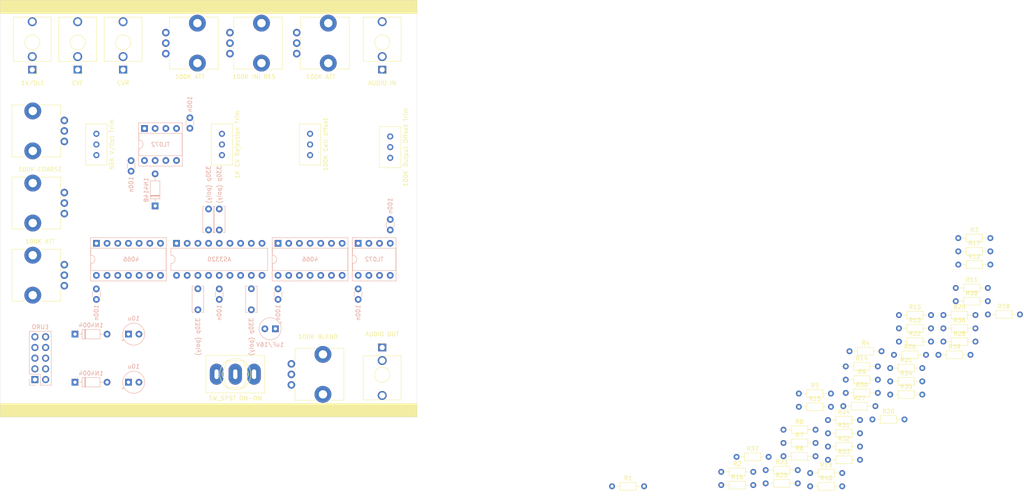
<source format=kicad_pcb>
(kicad_pcb (version 20171130) (host pcbnew 5.1.12-1.fc34)
  (layers (0 F.Cu signal) (31 B.Cu signal) (34 B.Paste user) (35 F.Paste user) (36 B.SilkS user) (37 F.SilkS user) (38 B.Mask user) (39 F.Mask user) (44 Edge.Cuts user))
  (net 0 "")
  (net 1 +12V)
  (net 2 GND)
  (net 3 -12V)
  (net 4 "Net-(C3-Pad2)")
  (net 5 "Net-(C3-Pad1)")
  (net 6 "Net-(C6-Pad2)")
  (net 7 "Net-(C6-Pad1)")
  (net 8 "Net-(C10-Pad2)")
  (net 9 "Net-(C10-Pad1)")
  (net 10 "Net-(C13-Pad2)")
  (net 11 "Net-(C13-Pad1)")
  (net 12 "Net-(C14-Pad2)")
  (net 13 "Net-(C14-Pad1)")
  (net 14 "Net-(D3-Pad2)")
  (net 15 "Net-(D3-Pad1)")
  (net 16 "Net-(J1-PadT)")
  (net 17 "Net-(J1-PadTN)")
  (net 18 "Net-(J2-PadT)")
  (net 19 "Net-(J2-PadTN)")
  (net 20 "Net-(J3-PadT)")
  (net 21 "Net-(J3-PadTN)")
  (net 22 "Net-(J4-PadT)")
  (net 23 "Net-(J4-PadTN)")
  (net 24 "Net-(J6-PadT)")
  (net 25 "Net-(J6-PadTN)")
  (net 26 "Net-(R1-Pad2)")
  (net 27 "Net-(R2-Pad1)")
  (net 28 "Net-(R3-Pad1)")
  (net 29 "Net-(R4-Pad1)")
  (net 30 "Net-(R5-Pad2)")
  (net 31 "Net-(R5-Pad1)")
  (net 32 "Net-(R6-Pad1)")
  (net 33 "Net-(R11-Pad1)")
  (net 34 "Net-(R8-Pad2)")
  (net 35 "Net-(R8-Pad1)")
  (net 36 "Net-(R10-Pad2)")
  (net 37 "Net-(R11-Pad2)")
  (net 38 "Net-(R12-Pad2)")
  (net 39 "Net-(R12-Pad1)")
  (net 40 "Net-(R14-Pad2)")
  (net 41 "Net-(R16-Pad2)")
  (net 42 "Net-(R17-Pad2)")
  (net 43 "Net-(R19-Pad2)")
  (net 44 "Net-(R20-Pad2)")
  (net 45 "Net-(R22-Pad2)")
  (net 46 "Net-(R23-Pad2)")
  (net 47 "Net-(R24-Pad2)")
  (net 48 "Net-(R26-Pad2)")
  (net 49 "Net-(R26-Pad1)")
  (net 50 "Net-(J5-Pad1)")
  (net 51 "Net-(J5-Pad10)")
  (net 52 "Net-(R30-Pad1)")
  (net 53 "Net-(R32-Pad2)")
  (net 54 "Net-(R32-Pad1)")
  (net 55 "Net-(R33-Pad1)")
  (net 56 "Net-(R34-Pad2)")
  (net 57 "Net-(R34-Pad1)")
  (net 58 "Net-(R37-Pad2)")
  (net 59 "Net-(R38-Pad1)")
  (net 60 "Net-(RV5-Pad3)")
  (module Connector_PinHeader_2.54mm:PinHeader_2x05_P2.54mm_Vertical (layer B.Cu) (at 46.355 134.62)
    (fp_text reference J5 hide)
    (fp_text value EURO (at 1.27 -12.49) (layer B.SilkS) (effects (justify mirror)))
    (pad 10 thru_hole oval (at 2.54 -10.16) (size 1.7 1.7) (drill 1) (layers *.Cu *.Mask) (net 51 "Net-(J5-Pad10)"))
    (pad 9 thru_hole oval (at 0 -10.16) (size 1.7 1.7) (drill 1) (layers *.Cu *.Mask) (net 51 "Net-(J5-Pad10)"))
    (pad 8 thru_hole oval (at 2.54 -7.62) (size 1.7 1.7) (drill 1) (layers *.Cu *.Mask) (net 2 GND))
    (pad 7 thru_hole oval (at 0 -7.62) (size 1.7 1.7) (drill 1) (layers *.Cu *.Mask) (net 2 GND))
    (pad 6 thru_hole oval (at 2.54 -5.08) (size 1.7 1.7) (drill 1) (layers *.Cu *.Mask) (net 2 GND))
    (pad 5 thru_hole oval (at 0 -5.08) (size 1.7 1.7) (drill 1) (layers *.Cu *.Mask) (net 2 GND))
    (pad 4 thru_hole oval (at 2.54 -2.54) (size 1.7 1.7) (drill 1) (layers *.Cu *.Mask) (net 2 GND))
    (pad 3 thru_hole oval (at 0 -2.54) (size 1.7 1.7) (drill 1) (layers *.Cu *.Mask) (net 2 GND))
    (pad 2 thru_hole oval (at 2.54 0) (size 1.7 1.7) (drill 1) (layers *.Cu *.Mask) (net 50 "Net-(J5-Pad1)"))
    (pad 1 thru_hole rect (at 0 0) (size 1.7 1.7) (drill 1) (layers *.Cu *.Mask) (net 50 "Net-(J5-Pad1)"))
  )
  (module Package_DIP:DIP-14_W7.62mm_Socket (layer B.Cu) (at 104.14 102.235 270)
    (fp_text reference U5 hide)
    (fp_text value 4066 (at 3.81 -7.62 180) (layer B.SilkS) (effects (justify mirror)))
    (pad 14 thru_hole oval (at 7.62 0 270) (size 1.6 1.6) (drill 0.8) (layers *.Cu *.Mask) (net 1 +12V))
    (pad 7 thru_hole oval (at 0 -15.24 270) (size 1.6 1.6) (drill 0.8) (layers *.Cu *.Mask) (net 2 GND))
    (pad 13 thru_hole oval (at 7.62 -2.54 270) (size 1.6 1.6) (drill 0.8) (layers *.Cu *.Mask) (net 15 "Net-(D3-Pad1)"))
    (pad 6 thru_hole oval (at 0 -12.7 270) (size 1.6 1.6) (drill 0.8) (layers *.Cu *.Mask) (net 15 "Net-(D3-Pad1)"))
    (pad 12 thru_hole oval (at 7.62 -5.08 270) (size 1.6 1.6) (drill 0.8) (layers *.Cu *.Mask) (net 15 "Net-(D3-Pad1)"))
    (pad 5 thru_hole oval (at 0 -10.16 270) (size 1.6 1.6) (drill 0.8) (layers *.Cu *.Mask) (net 15 "Net-(D3-Pad1)"))
    (pad 11 thru_hole oval (at 7.62 -7.62 270) (size 1.6 1.6) (drill 0.8) (layers *.Cu *.Mask) (net 8 "Net-(C10-Pad2)"))
    (pad 4 thru_hole oval (at 0 -7.62 270) (size 1.6 1.6) (drill 0.8) (layers *.Cu *.Mask) (net 6 "Net-(C6-Pad2)"))
    (pad 10 thru_hole oval (at 7.62 -10.16 270) (size 1.6 1.6) (drill 0.8) (layers *.Cu *.Mask) (net 2 GND))
    (pad 3 thru_hole oval (at 0 -5.08 270) (size 1.6 1.6) (drill 0.8) (layers *.Cu *.Mask) (net 2 GND))
    (pad 9 thru_hole oval (at 7.62 -12.7 270) (size 1.6 1.6) (drill 0.8) (layers *.Cu *.Mask) (net 2 GND))
    (pad 2 thru_hole oval (at 0 -2.54 270) (size 1.6 1.6) (drill 0.8) (layers *.Cu *.Mask) (net 2 GND))
    (pad 8 thru_hole oval (at 7.62 -15.24 270) (size 1.6 1.6) (drill 0.8) (layers *.Cu *.Mask) (net 10 "Net-(C13-Pad2)"))
    (pad 1 thru_hole rect (at 0 0 270) (size 1.6 1.6) (drill 0.8) (layers *.Cu *.Mask) (net 4 "Net-(C3-Pad2)"))
  )
  (module Package_DIP:DIP-14_W7.62mm_Socket (layer B.Cu) (at 60.96 102.235 270)
    (fp_text reference U4 hide)
    (fp_text value 4066 (at 3.81 -8.255 180) (layer B.SilkS) (effects (justify mirror)))
    (pad 14 thru_hole oval (at 7.62 0 270) (size 1.6 1.6) (drill 0.8) (layers *.Cu *.Mask) (net 1 +12V))
    (pad 7 thru_hole oval (at 0 -15.24 270) (size 1.6 1.6) (drill 0.8) (layers *.Cu *.Mask) (net 2 GND))
    (pad 13 thru_hole oval (at 7.62 -2.54 270) (size 1.6 1.6) (drill 0.8) (layers *.Cu *.Mask) (net 59 "Net-(R38-Pad1)"))
    (pad 6 thru_hole oval (at 0 -12.7 270) (size 1.6 1.6) (drill 0.8) (layers *.Cu *.Mask) (net 59 "Net-(R38-Pad1)"))
    (pad 12 thru_hole oval (at 7.62 -5.08 270) (size 1.6 1.6) (drill 0.8) (layers *.Cu *.Mask) (net 59 "Net-(R38-Pad1)"))
    (pad 5 thru_hole oval (at 0 -10.16 270) (size 1.6 1.6) (drill 0.8) (layers *.Cu *.Mask) (net 59 "Net-(R38-Pad1)"))
    (pad 11 thru_hole oval (at 7.62 -7.62 270) (size 1.6 1.6) (drill 0.8) (layers *.Cu *.Mask) (net 8 "Net-(C10-Pad2)"))
    (pad 4 thru_hole oval (at 0 -7.62 270) (size 1.6 1.6) (drill 0.8) (layers *.Cu *.Mask) (net 6 "Net-(C6-Pad2)"))
    (pad 10 thru_hole oval (at 7.62 -10.16 270) (size 1.6 1.6) (drill 0.8) (layers *.Cu *.Mask) (net 43 "Net-(R19-Pad2)"))
    (pad 3 thru_hole oval (at 0 -5.08 270) (size 1.6 1.6) (drill 0.8) (layers *.Cu *.Mask) (net 41 "Net-(R16-Pad2)"))
    (pad 9 thru_hole oval (at 7.62 -12.7 270) (size 1.6 1.6) (drill 0.8) (layers *.Cu *.Mask) (net 10 "Net-(C13-Pad2)"))
    (pad 2 thru_hole oval (at 0 -2.54 270) (size 1.6 1.6) (drill 0.8) (layers *.Cu *.Mask) (net 4 "Net-(C3-Pad2)"))
    (pad 8 thru_hole oval (at 7.62 -15.24 270) (size 1.6 1.6) (drill 0.8) (layers *.Cu *.Mask) (net 46 "Net-(R23-Pad2)"))
    (pad 1 thru_hole rect (at 0 0 270) (size 1.6 1.6) (drill 0.8) (layers *.Cu *.Mask) (net 37 "Net-(R11-Pad2)"))
  )
  (module Package_DIP:DIP-18_W7.62mm (layer B.Cu) (at 80.01 102.235 270)
    (fp_text reference U3 hide)
    (fp_text value AS3320 (at 3.81 -10.16 180) (layer B.SilkS) (effects (justify mirror)))
    (pad 18 thru_hole oval (at 7.62 0 270) (size 1.6 1.6) (drill 0.8) (layers *.Cu *.Mask) (net 47 "Net-(R24-Pad2)"))
    (pad 9 thru_hole oval (at 0 -20.32 270) (size 1.6 1.6) (drill 0.8) (layers *.Cu *.Mask) (net 30 "Net-(R5-Pad2)"))
    (pad 17 thru_hole oval (at 7.62 -2.54 270) (size 1.6 1.6) (drill 0.8) (layers *.Cu *.Mask) (net 44 "Net-(R20-Pad2)"))
    (pad 8 thru_hole oval (at 0 -17.78 270) (size 1.6 1.6) (drill 0.8) (layers *.Cu *.Mask) (net 52 "Net-(R30-Pad1)"))
    (pad 16 thru_hole oval (at 7.62 -5.08 270) (size 1.6 1.6) (drill 0.8) (layers *.Cu *.Mask) (net 9 "Net-(C10-Pad1)"))
    (pad 7 thru_hole oval (at 0 -15.24 270) (size 1.6 1.6) (drill 0.8) (layers *.Cu *.Mask) (net 41 "Net-(R16-Pad2)"))
    (pad 15 thru_hole oval (at 7.62 -7.62 270) (size 1.6 1.6) (drill 0.8) (layers *.Cu *.Mask) (net 46 "Net-(R23-Pad2)"))
    (pad 6 thru_hole oval (at 0 -12.7 270) (size 1.6 1.6) (drill 0.8) (layers *.Cu *.Mask) (net 43 "Net-(R19-Pad2)"))
    (pad 14 thru_hole oval (at 7.62 -10.16 270) (size 1.6 1.6) (drill 0.8) (layers *.Cu *.Mask) (net 1 +12V))
    (pad 5 thru_hole oval (at 0 -10.16 270) (size 1.6 1.6) (drill 0.8) (layers *.Cu *.Mask) (net 5 "Net-(C3-Pad1)"))
    (pad 13 thru_hole oval (at 7.62 -12.7 270) (size 1.6 1.6) (drill 0.8) (layers *.Cu *.Mask) (net 48 "Net-(R26-Pad2)"))
    (pad 4 thru_hole oval (at 0 -7.62 270) (size 1.6 1.6) (drill 0.8) (layers *.Cu *.Mask) (net 7 "Net-(C6-Pad1)"))
    (pad 12 thru_hole oval (at 7.62 -15.24 270) (size 1.6 1.6) (drill 0.8) (layers *.Cu *.Mask) (net 38 "Net-(R12-Pad2)"))
    (pad 3 thru_hole oval (at 0 -5.08 270) (size 1.6 1.6) (drill 0.8) (layers *.Cu *.Mask) (net 2 GND))
    (pad 11 thru_hole oval (at 7.62 -17.78 270) (size 1.6 1.6) (drill 0.8) (layers *.Cu *.Mask) (net 11 "Net-(C13-Pad1)"))
    (pad 2 thru_hole oval (at 0 -2.54 270) (size 1.6 1.6) (drill 0.8) (layers *.Cu *.Mask) (net 42 "Net-(R17-Pad2)"))
    (pad 10 thru_hole oval (at 7.62 -20.32 270) (size 1.6 1.6) (drill 0.8) (layers *.Cu *.Mask) (net 12 "Net-(C14-Pad2)"))
    (pad 1 thru_hole rect (at 0 0 270) (size 1.6 1.6) (drill 0.8) (layers *.Cu *.Mask) (net 40 "Net-(R14-Pad2)"))
  )
  (module Package_DIP:DIP-8_W7.62mm_Socket (layer B.Cu) (at 123.19 102.235 270)
    (fp_text reference U2 hide)
    (fp_text value TL072 (at 3.81 -3.81 180) (layer B.SilkS) (effects (justify mirror)))
    (pad 8 thru_hole oval (at 7.62 0 270) (size 1.6 1.6) (drill 0.8) (layers *.Cu *.Mask) (net 1 +12V))
    (pad 4 thru_hole oval (at 0 -7.62 270) (size 1.6 1.6) (drill 0.8) (layers *.Cu *.Mask) (net 3 -12V))
    (pad 7 thru_hole oval (at 7.62 -2.54 270) (size 1.6 1.6) (drill 0.8) (layers *.Cu *.Mask) (net 58 "Net-(R37-Pad2)"))
    (pad 3 thru_hole oval (at 0 -5.08 270) (size 1.6 1.6) (drill 0.8) (layers *.Cu *.Mask) (net 34 "Net-(R8-Pad2)"))
    (pad 6 thru_hole oval (at 7.62 -5.08 270) (size 1.6 1.6) (drill 0.8) (layers *.Cu *.Mask) (net 56 "Net-(R34-Pad2)"))
    (pad 2 thru_hole oval (at 0 -2.54 270) (size 1.6 1.6) (drill 0.8) (layers *.Cu *.Mask) (net 33 "Net-(R11-Pad1)"))
    (pad 5 thru_hole oval (at 7.62 -7.62 270) (size 1.6 1.6) (drill 0.8) (layers *.Cu *.Mask) (net 53 "Net-(R32-Pad2)"))
    (pad 1 thru_hole rect (at 0 0 270) (size 1.6 1.6) (drill 0.8) (layers *.Cu *.Mask) (net 37 "Net-(R11-Pad2)"))
  )
  (module Package_DIP:DIP-8_W7.62mm_Socket (layer B.Cu) (at 72.39 74.93 270)
    (fp_text reference U1 hide)
    (fp_text value TL072 (at 3.81 -3.81 180) (layer B.SilkS) (effects (justify mirror)))
    (pad 8 thru_hole oval (at 7.62 0 270) (size 1.6 1.6) (drill 0.8) (layers *.Cu *.Mask) (net 1 +12V))
    (pad 4 thru_hole oval (at 0 -7.62 270) (size 1.6 1.6) (drill 0.8) (layers *.Cu *.Mask) (net 3 -12V))
    (pad 7 thru_hole oval (at 7.62 -2.54 270) (size 1.6 1.6) (drill 0.8) (layers *.Cu *.Mask) (net 14 "Net-(D3-Pad2)"))
    (pad 3 thru_hole oval (at 0 -5.08 270) (size 1.6 1.6) (drill 0.8) (layers *.Cu *.Mask) (net 2 GND))
    (pad 6 thru_hole oval (at 7.62 -5.08 270) (size 1.6 1.6) (drill 0.8) (layers *.Cu *.Mask) (net 59 "Net-(R38-Pad1)"))
    (pad 2 thru_hole oval (at 0 -2.54 270) (size 1.6 1.6) (drill 0.8) (layers *.Cu *.Mask) (net 26 "Net-(R1-Pad2)"))
    (pad 5 thru_hole oval (at 7.62 -7.62 270) (size 1.6 1.6) (drill 0.8) (layers *.Cu *.Mask) (net 55 "Net-(R33-Pad1)"))
    (pad 1 thru_hole rect (at 0 0 270) (size 1.6 1.6) (drill 0.8) (layers *.Cu *.Mask) (net 39 "Net-(R12-Pad1)"))
  )
  (module Downloads:SW_Toggle_Blue_wSlots (layer F.Cu) (at 93.98 133.35)
    (fp_text reference SW1 hide)
    (fp_text value "SW_SPST ON-ON" (at 0 5.715) (layer F.SilkS))
    (pad 1 thru_hole oval (at -4.45 0) (size 3.2 5) (drill oval 1 2.3) (layers *.Cu) (net 59 "Net-(R38-Pad1)"))
    (pad 2 thru_hole oval (at 0 0) (size 3.2 5) (drill oval 1 2.3) (layers *.Cu) (net 1 +12V))
    (pad 3 thru_hole oval (at 4.45 0) (size 3.2 5) (drill oval 1 2.3) (layers *.Cu))
  )
  (module Potentiometer_THT:Potentiometer_Alps_RK09L_Single_Vertical (layer F.Cu) (at 107.315 135.89)
    (fp_text reference RV11 hide)
    (fp_text value "100K BLEND" (at 6.35 -11.43) (layer F.SilkS))
    (pad "" np_thru_hole circle (at 7.5 2.25) (size 4 4) (drill 2) (layers *.Cu *.Mask))
    (pad "" np_thru_hole circle (at 7.5 -7.25) (size 4 4) (drill 2) (layers *.Cu *.Mask))
    (pad 1 thru_hole circle (at 0 0) (size 1.8 1.8) (drill 1) (layers *.Cu *.Mask) (net 12 "Net-(C14-Pad2)"))
    (pad 2 thru_hole circle (at 0 -2.5) (size 1.8 1.8) (drill 1) (layers *.Cu *.Mask) (net 54 "Net-(R32-Pad1)"))
    (pad 3 thru_hole circle (at 0 -5) (size 1.8 1.8) (drill 1) (layers *.Cu *.Mask) (net 37 "Net-(R11-Pad2)"))
  )
  (module Potentiometer_THT:Potentiometer_Bourns_3296W_Vertical (layer F.Cu) (at 130.81 76.835 90)
    (fp_text reference RV10 hide)
    (fp_text value "100K Output Offset Trim" (at -2.54 3.67 90) (layer F.SilkS))
    (pad 3 thru_hole circle (at -5.08 0 90) (size 1.44 1.44) (drill 0.8) (layers *.Cu *.Mask) (net 1 +12V))
    (pad 2 thru_hole circle (at -2.54 0 90) (size 1.44 1.44) (drill 0.8) (layers *.Cu *.Mask) (net 57 "Net-(R34-Pad1)"))
    (pad 1 thru_hole circle (at 0 0 90) (size 1.44 1.44) (drill 0.8) (layers *.Cu *.Mask) (net 3 -12V))
  )
  (module Potentiometer_THT:Potentiometer_Bourns_3296W_Vertical (layer F.Cu) (at 90.805 76.2 90)
    (fp_text reference RV9 hide)
    (fp_text value "1K CV Rejection Trim" (at -2.54 3.67 90) (layer F.SilkS))
    (pad 3 thru_hole circle (at -5.08 0 90) (size 1.44 1.44) (drill 0.8) (layers *.Cu *.Mask) (net 3 -12V))
    (pad 2 thru_hole circle (at -2.54 0 90) (size 1.44 1.44) (drill 0.8) (layers *.Cu *.Mask) (net 49 "Net-(R26-Pad1)"))
    (pad 1 thru_hole circle (at 0 0 90) (size 1.44 1.44) (drill 0.8) (layers *.Cu *.Mask) (net 49 "Net-(R26-Pad1)"))
  )
  (module Potentiometer_THT:Potentiometer_Bourns_3296W_Vertical (layer F.Cu) (at 111.76 76.2 90)
    (fp_text reference RV8 hide)
    (fp_text value "100K Cell offset" (at -2.54 3.67 90) (layer F.SilkS))
    (pad 3 thru_hole circle (at -5.08 0 90) (size 1.44 1.44) (drill 0.8) (layers *.Cu *.Mask) (net 1 +12V))
    (pad 2 thru_hole circle (at -2.54 0 90) (size 1.44 1.44) (drill 0.8) (layers *.Cu *.Mask) (net 45 "Net-(R22-Pad2)"))
    (pad 1 thru_hole circle (at 0 0 90) (size 1.44 1.44) (drill 0.8) (layers *.Cu *.Mask) (net 3 -12V))
  )
  (module Potentiometer_THT:Potentiometer_Bourns_3296W_Vertical (layer F.Cu) (at 60.96 76.2 90)
    (fp_text reference RV7 hide)
    (fp_text value "50K V/Oct Trim" (at -2.54 3.67 90) (layer F.SilkS))
    (pad 3 thru_hole circle (at -5.08 0 90) (size 1.44 1.44) (drill 0.8) (layers *.Cu *.Mask) (net 36 "Net-(R10-Pad2)"))
    (pad 2 thru_hole circle (at -2.54 0 90) (size 1.44 1.44) (drill 0.8) (layers *.Cu *.Mask) (net 39 "Net-(R12-Pad1)"))
    (pad 1 thru_hole circle (at 0 0 90) (size 1.44 1.44) (drill 0.8) (layers *.Cu *.Mask) (net 39 "Net-(R12-Pad1)"))
  )
  (module Potentiometer_THT:Potentiometer_Alps_RK09L_Single_Vertical (layer F.Cu) (at 108.585 57.15)
    (fp_text reference RV6 hide)
    (fp_text value "100K ATT" (at 5.725 5.5) (layer F.SilkS))
    (pad "" np_thru_hole circle (at 7.5 2.25) (size 4 4) (drill 2) (layers *.Cu *.Mask))
    (pad "" np_thru_hole circle (at 7.5 -7.25) (size 4 4) (drill 2) (layers *.Cu *.Mask))
    (pad 1 thru_hole circle (at 0 0) (size 1.8 1.8) (drill 1) (layers *.Cu *.Mask) (net 22 "Net-(J4-PadT)"))
    (pad 2 thru_hole circle (at 0 -2.5) (size 1.8 1.8) (drill 1) (layers *.Cu *.Mask) (net 35 "Net-(R8-Pad1)"))
    (pad 3 thru_hole circle (at 0 -5) (size 1.8 1.8) (drill 1) (layers *.Cu *.Mask) (net 2 GND))
  )
  (module Potentiometer_THT:Potentiometer_Alps_RK09L_Single_Vertical (layer F.Cu) (at 92.71 57.15)
    (fp_text reference RV5 hide)
    (fp_text value "100K INI RES" (at 5.725 5.5) (layer F.SilkS))
    (pad "" np_thru_hole circle (at 7.5 2.25) (size 4 4) (drill 2) (layers *.Cu *.Mask))
    (pad "" np_thru_hole circle (at 7.5 -7.25) (size 4 4) (drill 2) (layers *.Cu *.Mask))
    (pad 1 thru_hole circle (at 0 0) (size 1.8 1.8) (drill 1) (layers *.Cu *.Mask) (net 1 +12V))
    (pad 2 thru_hole circle (at 0 -2.5) (size 1.8 1.8) (drill 1) (layers *.Cu *.Mask) (net 32 "Net-(R6-Pad1)"))
    (pad 3 thru_hole circle (at 0 -5) (size 1.8 1.8) (drill 1) (layers *.Cu *.Mask) (net 60 "Net-(RV5-Pad3)"))
  )
  (module Potentiometer_THT:Potentiometer_Alps_RK09L_Single_Vertical (layer F.Cu) (at 77.47 57.15)
    (fp_text reference RV4 hide)
    (fp_text value "100K ATT" (at 5.725 5.5 180) (layer F.SilkS))
    (pad "" np_thru_hole circle (at 7.5 2.25) (size 4 4) (drill 2) (layers *.Cu *.Mask))
    (pad "" np_thru_hole circle (at 7.5 -7.25) (size 4 4) (drill 2) (layers *.Cu *.Mask))
    (pad 1 thru_hole circle (at 0 0) (size 1.8 1.8) (drill 1) (layers *.Cu *.Mask) (net 20 "Net-(J3-PadT)"))
    (pad 2 thru_hole circle (at 0 -2.5) (size 1.8 1.8) (drill 1) (layers *.Cu *.Mask) (net 31 "Net-(R5-Pad1)"))
    (pad 3 thru_hole circle (at 0 -5) (size 1.8 1.8) (drill 1) (layers *.Cu *.Mask) (net 2 GND))
  )
  (module Potentiometer_THT:Potentiometer_Alps_RK09L_Single_Vertical (layer F.Cu) (at 53.34 73.025 180)
    (fp_text reference RV3 hide)
    (fp_text value "100K FINE")
    (pad "" np_thru_hole circle (at 7.5 2.25 180) (size 4 4) (drill 2) (layers *.Cu *.Mask))
    (pad "" np_thru_hole circle (at 7.5 -7.25 180) (size 4 4) (drill 2) (layers *.Cu *.Mask))
    (pad 1 thru_hole circle (at 0 0 180) (size 1.8 1.8) (drill 1) (layers *.Cu *.Mask) (net 1 +12V))
    (pad 2 thru_hole circle (at 0 -2.5 180) (size 1.8 1.8) (drill 1) (layers *.Cu *.Mask) (net 29 "Net-(R4-Pad1)"))
    (pad 3 thru_hole circle (at 0 -5 180) (size 1.8 1.8) (drill 1) (layers *.Cu *.Mask) (net 3 -12V))
  )
  (module Potentiometer_THT:Potentiometer_Alps_RK09L_Single_Vertical (layer F.Cu) (at 53.34 90.17 180)
    (fp_text reference RV2 hide)
    (fp_text value "100K COARSE" (at 5.725 5.5) (layer F.SilkS))
    (pad "" np_thru_hole circle (at 7.5 2.25 180) (size 4 4) (drill 2) (layers *.Cu *.Mask))
    (pad "" np_thru_hole circle (at 7.5 -7.25 180) (size 4 4) (drill 2) (layers *.Cu *.Mask))
    (pad 1 thru_hole circle (at 0 0 180) (size 1.8 1.8) (drill 1) (layers *.Cu *.Mask) (net 1 +12V))
    (pad 2 thru_hole circle (at 0 -2.5 180) (size 1.8 1.8) (drill 1) (layers *.Cu *.Mask) (net 28 "Net-(R3-Pad1)"))
    (pad 3 thru_hole circle (at 0 -5 180) (size 1.8 1.8) (drill 1) (layers *.Cu *.Mask) (net 3 -12V))
  )
  (module Potentiometer_THT:Potentiometer_Alps_RK09L_Single_Vertical (layer F.Cu) (at 53.34 107.315 180)
    (fp_text reference RV1 hide)
    (fp_text value "100K ATT" (at 5.725 5.5) (layer F.SilkS))
    (pad "" np_thru_hole circle (at 7.5 2.25 180) (size 4 4) (drill 2) (layers *.Cu *.Mask))
    (pad "" np_thru_hole circle (at 7.5 -7.25 180) (size 4 4) (drill 2) (layers *.Cu *.Mask))
    (pad 1 thru_hole circle (at 0 0 180) (size 1.8 1.8) (drill 1) (layers *.Cu *.Mask) (net 18 "Net-(J2-PadT)"))
    (pad 2 thru_hole circle (at 0 -2.5 180) (size 1.8 1.8) (drill 1) (layers *.Cu *.Mask) (net 27 "Net-(R2-Pad1)"))
    (pad 3 thru_hole circle (at 0 -5 180) (size 1.8 1.8) (drill 1) (layers *.Cu *.Mask) (net 2 GND))
  )
  (module Resistor_THT:R_Axial_DIN0204_L3.6mm_D1.6mm_P7.62mm_Horizontal (layer F.Cu) (at 230.63 159.995)
    (fp_text reference R40 (at 3.81 -1.92) (layer F.SilkS))
    (fp_text value 2K2)
    (pad 2 thru_hole oval (at 7.62 0) (size 1.4 1.4) (drill 0.7) (layers *.Cu *.Mask) (net 2 GND))
    (pad 1 thru_hole circle (at 0 0) (size 1.4 1.4) (drill 0.7) (layers *.Cu *.Mask) (net 24 "Net-(J6-PadT)"))
  )
  (module Resistor_THT:R_Axial_DIN0204_L3.6mm_D1.6mm_P7.62mm_Horizontal (layer F.Cu) (at 261.12 128.745)
    (fp_text reference R39 (at 3.81 -1.92) (layer F.SilkS))
    (fp_text value 2K)
    (pad 2 thru_hole oval (at 7.62 0) (size 1.4 1.4) (drill 0.7) (layers *.Cu *.Mask) (net 24 "Net-(J6-PadT)"))
    (pad 1 thru_hole circle (at 0 0) (size 1.4 1.4) (drill 0.7) (layers *.Cu *.Mask) (net 58 "Net-(R37-Pad2)"))
  )
  (module Resistor_THT:R_Axial_DIN0204_L3.6mm_D1.6mm_P7.62mm_Horizontal (layer F.Cu) (at 265.24 115.995)
    (fp_text reference R38 (at 3.81 -1.92) (layer F.SilkS))
    (fp_text value 100K)
    (pad 2 thru_hole oval (at 7.62 0) (size 1.4 1.4) (drill 0.7) (layers *.Cu *.Mask) (net 2 GND))
    (pad 1 thru_hole circle (at 0 0) (size 1.4 1.4) (drill 0.7) (layers *.Cu *.Mask) (net 59 "Net-(R38-Pad1)"))
  )
  (module Resistor_THT:R_Axial_DIN0204_L3.6mm_D1.6mm_P7.62mm_Horizontal (layer F.Cu) (at 213.14 152.995)
    (fp_text reference R37 (at 3.81 -1.92) (layer F.SilkS))
    (fp_text value 100K)
    (pad 2 thru_hole oval (at 7.62 0) (size 1.4 1.4) (drill 0.7) (layers *.Cu *.Mask) (net 58 "Net-(R37-Pad2)"))
    (pad 1 thru_hole circle (at 0 0) (size 1.4 1.4) (drill 0.7) (layers *.Cu *.Mask) (net 56 "Net-(R34-Pad2)"))
  )
  (module Resistor_THT:R_Axial_DIN0204_L3.6mm_D1.6mm_P7.62mm_Horizontal (layer F.Cu) (at 262.3 122.445)
    (fp_text reference R36 (at 3.81 -1.92) (layer F.SilkS))
    (fp_text value 100K)
    (pad 2 thru_hole oval (at 7.62 0) (size 1.4 1.4) (drill 0.7) (layers *.Cu *.Mask) (net 1 +12V))
    (pad 1 thru_hole circle (at 0 0) (size 1.4 1.4) (drill 0.7) (layers *.Cu *.Mask) (net 56 "Net-(R34-Pad2)"))
  )
  (module Resistor_THT:R_Axial_DIN0204_L3.6mm_D1.6mm_P7.62mm_Horizontal (layer F.Cu) (at 249.66 138.195)
    (fp_text reference R35 (at 3.81 -1.92) (layer F.SilkS))
    (fp_text value 10K)
    (pad 2 thru_hole oval (at 7.62 0) (size 1.4 1.4) (drill 0.7) (layers *.Cu *.Mask) (net 55 "Net-(R33-Pad1)"))
    (pad 1 thru_hole circle (at 0 0) (size 1.4 1.4) (drill 0.7) (layers *.Cu *.Mask) (net 1 +12V))
  )
  (module Resistor_THT:R_Axial_DIN0204_L3.6mm_D1.6mm_P7.62mm_Horizontal (layer F.Cu) (at 249.66 135.045)
    (fp_text reference R34 (at 3.81 -1.92) (layer F.SilkS))
    (fp_text value 1M)
    (pad 2 thru_hole oval (at 7.62 0) (size 1.4 1.4) (drill 0.7) (layers *.Cu *.Mask) (net 56 "Net-(R34-Pad2)"))
    (pad 1 thru_hole circle (at 0 0) (size 1.4 1.4) (drill 0.7) (layers *.Cu *.Mask) (net 57 "Net-(R34-Pad1)"))
  )
  (module Resistor_THT:R_Axial_DIN0204_L3.6mm_D1.6mm_P7.62mm_Horizontal (layer F.Cu) (at 234.86 153.695)
    (fp_text reference R33 (at 3.81 -1.92) (layer F.SilkS))
    (fp_text value 10K)
    (pad 2 thru_hole oval (at 7.62 0) (size 1.4 1.4) (drill 0.7) (layers *.Cu *.Mask) (net 2 GND))
    (pad 1 thru_hole circle (at 0 0) (size 1.4 1.4) (drill 0.7) (layers *.Cu *.Mask) (net 55 "Net-(R33-Pad1)"))
  )
  (module Resistor_THT:R_Axial_DIN0204_L3.6mm_D1.6mm_P7.62mm_Horizontal (layer F.Cu) (at 234.86 150.545)
    (fp_text reference R32 (at 3.81 -1.92) (layer F.SilkS))
    (fp_text value 100K)
    (pad 2 thru_hole oval (at 7.62 0) (size 1.4 1.4) (drill 0.7) (layers *.Cu *.Mask) (net 53 "Net-(R32-Pad2)"))
    (pad 1 thru_hole circle (at 0 0) (size 1.4 1.4) (drill 0.7) (layers *.Cu *.Mask) (net 54 "Net-(R32-Pad1)"))
  )
  (module Resistor_THT:R_Axial_DIN0204_L3.6mm_D1.6mm_P7.62mm_Horizontal (layer F.Cu) (at 234.86 147.395)
    (fp_text reference R31 (at 3.81 -1.92) (layer F.SilkS))
    (fp_text value 33K)
    (pad 2 thru_hole oval (at 7.62 0) (size 1.4 1.4) (drill 0.7) (layers *.Cu *.Mask) (net 2 GND))
    (pad 1 thru_hole circle (at 0 0) (size 1.4 1.4) (drill 0.7) (layers *.Cu *.Mask) (net 15 "Net-(D3-Pad1)"))
  )
  (module Resistor_THT:R_Axial_DIN0204_L3.6mm_D1.6mm_P7.62mm_Horizontal (layer F.Cu) (at 239.09 137.795)
    (fp_text reference R30 (at 3.81 -1.92) (layer F.SilkS))
    (fp_text value 82K)
    (pad 2 thru_hole oval (at 7.62 0) (size 1.4 1.4) (drill 0.7) (layers *.Cu *.Mask) (net 13 "Net-(C14-Pad1)"))
    (pad 1 thru_hole circle (at 0 0) (size 1.4 1.4) (drill 0.7) (layers *.Cu *.Mask) (net 52 "Net-(R30-Pad1)"))
  )
  (module Resistor_THT:R_Axial_DIN0204_L3.6mm_D1.6mm_P7.62mm_Horizontal (layer F.Cu) (at 262.3 119.295)
    (fp_text reference R29 (at 3.81 -1.92) (layer F.SilkS))
    (fp_text value 10R)
    (pad 2 thru_hole oval (at 7.62 0) (size 1.4 1.4) (drill 0.7) (layers *.Cu *.Mask) (net 3 -12V))
    (pad 1 thru_hole circle (at 0 0) (size 1.4 1.4) (drill 0.7) (layers *.Cu *.Mask) (net 51 "Net-(J5-Pad10)"))
  )
  (module Resistor_THT:R_Axial_DIN0204_L3.6mm_D1.6mm_P7.62mm_Horizontal (layer F.Cu) (at 262.3 125.595)
    (fp_text reference R28 (at 3.81 -1.92) (layer F.SilkS))
    (fp_text value 10R)
    (pad 2 thru_hole oval (at 7.62 0) (size 1.4 1.4) (drill 0.7) (layers *.Cu *.Mask) (net 1 +12V))
    (pad 1 thru_hole circle (at 0 0) (size 1.4 1.4) (drill 0.7) (layers *.Cu *.Mask) (net 50 "Net-(J5-Pad1)"))
  )
  (module Resistor_THT:R_Axial_DIN0204_L3.6mm_D1.6mm_P7.62mm_Horizontal (layer F.Cu) (at 238.51 140.945)
    (fp_text reference R27 (at 3.81 -1.92) (layer F.SilkS))
    (fp_text value 100K)
    (pad 2 thru_hole oval (at 7.62 0) (size 1.4 1.4) (drill 0.7) (layers *.Cu *.Mask) (net 12 "Net-(C14-Pad2)"))
    (pad 1 thru_hole circle (at 0 0) (size 1.4 1.4) (drill 0.7) (layers *.Cu *.Mask) (net 47 "Net-(R24-Pad2)"))
  )
  (module Resistor_THT:R_Axial_DIN0204_L3.6mm_D1.6mm_P7.62mm_Horizontal (layer F.Cu) (at 250.55 128.745)
    (fp_text reference R26 (at 3.81 -1.92) (layer F.SilkS))
    (fp_text value 1K)
    (pad 2 thru_hole oval (at 7.62 0) (size 1.4 1.4) (drill 0.7) (layers *.Cu *.Mask) (net 48 "Net-(R26-Pad2)"))
    (pad 1 thru_hole circle (at 0 0) (size 1.4 1.4) (drill 0.7) (layers *.Cu *.Mask) (net 49 "Net-(R26-Pad1)"))
  )
  (module Resistor_THT:R_Axial_DIN0204_L3.6mm_D1.6mm_P7.62mm_Horizontal (layer F.Cu) (at 220.06 159.295)
    (fp_text reference R25 (at 3.81 -1.92) (layer F.SilkS))
    (fp_text value 220K)
    (pad 2 thru_hole oval (at 7.62 0) (size 1.4 1.4) (drill 0.7) (layers *.Cu *.Mask) (net 3 -12V))
    (pad 1 thru_hole circle (at 0 0) (size 1.4 1.4) (drill 0.7) (layers *.Cu *.Mask) (net 47 "Net-(R24-Pad2)"))
  )
  (module Resistor_THT:R_Axial_DIN0204_L3.6mm_D1.6mm_P7.62mm_Horizontal (layer F.Cu) (at 234.86 144.245)
    (fp_text reference R24 (at 3.81 -1.92) (layer F.SilkS))
    (fp_text value 91K)
    (pad 2 thru_hole oval (at 7.62 0) (size 1.4 1.4) (drill 0.7) (layers *.Cu *.Mask) (net 47 "Net-(R24-Pad2)"))
    (pad 1 thru_hole circle (at 0 0) (size 1.4 1.4) (drill 0.7) (layers *.Cu *.Mask) (net 46 "Net-(R23-Pad2)"))
  )
  (module Resistor_THT:R_Axial_DIN0204_L3.6mm_D1.6mm_P7.62mm_Horizontal (layer F.Cu) (at 220.06 156.145)
    (fp_text reference R23 (at 3.81 -1.92) (layer F.SilkS))
    (fp_text value 100K)
    (pad 2 thru_hole oval (at 7.62 0) (size 1.4 1.4) (drill 0.7) (layers *.Cu *.Mask) (net 46 "Net-(R23-Pad2)"))
    (pad 1 thru_hole circle (at 0 0) (size 1.4 1.4) (drill 0.7) (layers *.Cu *.Mask) (net 44 "Net-(R20-Pad2)"))
  )
  (module Resistor_THT:R_Axial_DIN0204_L3.6mm_D1.6mm_P7.62mm_Horizontal (layer F.Cu) (at 251.73 125.595)
    (fp_text reference R22 (at 3.81 -1.92) (layer F.SilkS))
    (fp_text value 1M)
    (pad 2 thru_hole oval (at 7.62 0) (size 1.4 1.4) (drill 0.7) (layers *.Cu *.Mask) (net 45 "Net-(R22-Pad2)"))
    (pad 1 thru_hole circle (at 0 0) (size 1.4 1.4) (drill 0.7) (layers *.Cu *.Mask) (net 44 "Net-(R20-Pad2)"))
  )
  (module Resistor_THT:R_Axial_DIN0204_L3.6mm_D1.6mm_P7.62mm_Horizontal (layer F.Cu) (at 249.66 131.895)
    (fp_text reference R21 (at 3.81 -1.92) (layer F.SilkS))
    (fp_text value 220K)
    (pad 2 thru_hole oval (at 7.62 0) (size 1.4 1.4) (drill 0.7) (layers *.Cu *.Mask) (net 3 -12V))
    (pad 1 thru_hole circle (at 0 0) (size 1.4 1.4) (drill 0.7) (layers *.Cu *.Mask) (net 44 "Net-(R20-Pad2)"))
  )
  (module Resistor_THT:R_Axial_DIN0204_L3.6mm_D1.6mm_P7.62mm_Horizontal (layer F.Cu) (at 245.43 144.095)
    (fp_text reference R20 (at 3.81 -1.92) (layer F.SilkS))
    (fp_text value 91K)
    (pad 2 thru_hole oval (at 7.62 0) (size 1.4 1.4) (drill 0.7) (layers *.Cu *.Mask) (net 44 "Net-(R20-Pad2)"))
    (pad 1 thru_hole circle (at 0 0) (size 1.4 1.4) (drill 0.7) (layers *.Cu *.Mask) (net 43 "Net-(R19-Pad2)"))
  )
  (module Resistor_THT:R_Axial_DIN0204_L3.6mm_D1.6mm_P7.62mm_Horizontal (layer F.Cu) (at 230.63 156.845)
    (fp_text reference R19 (at 3.81 -1.92) (layer F.SilkS))
    (fp_text value 100K)
    (pad 2 thru_hole oval (at 7.62 0) (size 1.4 1.4) (drill 0.7) (layers *.Cu *.Mask) (net 43 "Net-(R19-Pad2)"))
    (pad 1 thru_hole circle (at 0 0) (size 1.4 1.4) (drill 0.7) (layers *.Cu *.Mask) (net 42 "Net-(R17-Pad2)"))
  )
  (module Resistor_THT:R_Axial_DIN0204_L3.6mm_D1.6mm_P7.62mm_Horizontal (layer F.Cu) (at 272.87 119.145)
    (fp_text reference R18 (at 3.81 -1.92) (layer F.SilkS))
    (fp_text value 220K)
    (pad 2 thru_hole oval (at 7.62 0) (size 1.4 1.4) (drill 0.7) (layers *.Cu *.Mask) (net 3 -12V))
    (pad 1 thru_hole circle (at 0 0) (size 1.4 1.4) (drill 0.7) (layers *.Cu *.Mask) (net 42 "Net-(R17-Pad2)"))
  )
  (module Resistor_THT:R_Axial_DIN0204_L3.6mm_D1.6mm_P7.62mm_Horizontal (layer F.Cu) (at 265.84 104.145)
    (fp_text reference R17 (at 3.81 -1.92) (layer F.SilkS))
    (fp_text value 91K)
    (pad 2 thru_hole oval (at 7.62 0) (size 1.4 1.4) (drill 0.7) (layers *.Cu *.Mask) (net 42 "Net-(R17-Pad2)"))
    (pad 1 thru_hole circle (at 0 0) (size 1.4 1.4) (drill 0.7) (layers *.Cu *.Mask) (net 41 "Net-(R16-Pad2)"))
  )
  (module Resistor_THT:R_Axial_DIN0204_L3.6mm_D1.6mm_P7.62mm_Horizontal (layer F.Cu) (at 209.49 159.705)
    (fp_text reference R16 (at 3.81 -1.92) (layer F.SilkS))
    (fp_text value 100K)
    (pad 2 thru_hole oval (at 7.62 0) (size 1.4 1.4) (drill 0.7) (layers *.Cu *.Mask) (net 41 "Net-(R16-Pad2)"))
    (pad 1 thru_hole circle (at 0 0) (size 1.4 1.4) (drill 0.7) (layers *.Cu *.Mask) (net 40 "Net-(R14-Pad2)"))
  )
  (module Resistor_THT:R_Axial_DIN0204_L3.6mm_D1.6mm_P7.62mm_Horizontal (layer F.Cu) (at 227.94 141.095)
    (fp_text reference R15 (at 3.81 -1.92) (layer F.SilkS))
    (fp_text value 220K)
    (pad 2 thru_hole oval (at 7.62 0) (size 1.4 1.4) (drill 0.7) (layers *.Cu *.Mask) (net 3 -12V))
    (pad 1 thru_hole circle (at 0 0) (size 1.4 1.4) (drill 0.7) (layers *.Cu *.Mask) (net 40 "Net-(R14-Pad2)"))
  )
  (module Resistor_THT:R_Axial_DIN0204_L3.6mm_D1.6mm_P7.62mm_Horizontal (layer F.Cu) (at 239.09 131.495)
    (fp_text reference R14 (at 3.81 -1.92) (layer F.SilkS))
    (fp_text value 91K)
    (pad 2 thru_hole oval (at 7.62 0) (size 1.4 1.4) (drill 0.7) (layers *.Cu *.Mask) (net 40 "Net-(R14-Pad2)"))
    (pad 1 thru_hole circle (at 0 0) (size 1.4 1.4) (drill 0.7) (layers *.Cu *.Mask) (net 37 "Net-(R11-Pad2)"))
  )
  (module Resistor_THT:R_Axial_DIN0204_L3.6mm_D1.6mm_P7.62mm_Horizontal (layer F.Cu) (at 251.73 119.295)
    (fp_text reference R13 (at 3.81 -1.92) (layer F.SilkS))
    (fp_text value "2K (1.8K)")
    (pad 2 thru_hole oval (at 7.62 0) (size 1.4 1.4) (drill 0.7) (layers *.Cu *.Mask) (net 2 GND))
    (pad 1 thru_hole circle (at 0 0) (size 1.4 1.4) (drill 0.7) (layers *.Cu *.Mask) (net 38 "Net-(R12-Pad2)"))
  )
  (module Resistor_THT:R_Axial_DIN0204_L3.6mm_D1.6mm_P7.62mm_Horizontal (layer F.Cu) (at 265.84 107.295)
    (fp_text reference R12 (at 3.81 -1.92) (layer F.SilkS))
    (fp_text value "110K (100K)")
    (pad 2 thru_hole oval (at 7.62 0) (size 1.4 1.4) (drill 0.7) (layers *.Cu *.Mask) (net 38 "Net-(R12-Pad2)"))
    (pad 1 thru_hole circle (at 0 0) (size 1.4 1.4) (drill 0.7) (layers *.Cu *.Mask) (net 39 "Net-(R12-Pad1)"))
  )
  (module Resistor_THT:R_Axial_DIN0204_L3.6mm_D1.6mm_P7.62mm_Horizontal (layer F.Cu) (at 265.24 112.845)
    (fp_text reference R11 (at 3.81 -1.92) (layer F.SilkS))
    (fp_text value 100K)
    (pad 2 thru_hole oval (at 7.62 0) (size 1.4 1.4) (drill 0.7) (layers *.Cu *.Mask) (net 37 "Net-(R11-Pad2)"))
    (pad 1 thru_hole circle (at 0 0) (size 1.4 1.4) (drill 0.7) (layers *.Cu *.Mask) (net 33 "Net-(R11-Pad1)"))
  )
  (module Resistor_THT:R_Axial_DIN0204_L3.6mm_D1.6mm_P7.62mm_Horizontal (layer F.Cu) (at 251.73 122.445)
    (fp_text reference R10 (at 3.81 -1.92) (layer F.SilkS))
    (fp_text value 82K)
    (pad 2 thru_hole oval (at 7.62 0) (size 1.4 1.4) (drill 0.7) (layers *.Cu *.Mask) (net 36 "Net-(R10-Pad2)"))
    (pad 1 thru_hole circle (at 0 0) (size 1.4 1.4) (drill 0.7) (layers *.Cu *.Mask) (net 26 "Net-(R1-Pad2)"))
  )
  (module Resistor_THT:R_Axial_DIN0204_L3.6mm_D1.6mm_P7.62mm_Horizontal (layer F.Cu) (at 239.09 134.645)
    (fp_text reference R9 (at 3.81 -1.92) (layer F.SilkS))
    (fp_text value 100K)
    (pad 2 thru_hole oval (at 7.62 0) (size 1.4 1.4) (drill 0.7) (layers *.Cu *.Mask) (net 2 GND))
    (pad 1 thru_hole circle (at 0 0) (size 1.4 1.4) (drill 0.7) (layers *.Cu *.Mask) (net 34 "Net-(R8-Pad2)"))
  )
  (module Resistor_THT:R_Axial_DIN0204_L3.6mm_D1.6mm_P7.62mm_Horizontal (layer F.Cu) (at 224.29 146.545)
    (fp_text reference R8 (at 3.81 -1.92) (layer F.SilkS))
    (fp_text value 100K)
    (pad 2 thru_hole oval (at 7.62 0) (size 1.4 1.4) (drill 0.7) (layers *.Cu *.Mask) (net 34 "Net-(R8-Pad2)"))
    (pad 1 thru_hole circle (at 0 0) (size 1.4 1.4) (drill 0.7) (layers *.Cu *.Mask) (net 35 "Net-(R8-Pad1)"))
  )
  (module Resistor_THT:R_Axial_DIN0204_L3.6mm_D1.6mm_P7.62mm_Horizontal (layer F.Cu) (at 224.29 149.695)
    (fp_text reference R7 (at 3.81 -1.92) (layer F.SilkS))
    (fp_text value 220K)
    (pad 2 thru_hole oval (at 7.62 0) (size 1.4 1.4) (drill 0.7) (layers *.Cu *.Mask) (net 33 "Net-(R11-Pad1)"))
    (pad 1 thru_hole circle (at 0 0) (size 1.4 1.4) (drill 0.7) (layers *.Cu *.Mask) (net 3 -12V))
  )
  (module Resistor_THT:R_Axial_DIN0204_L3.6mm_D1.6mm_P7.62mm_Horizontal (layer F.Cu) (at 224.29 152.845)
    (fp_text reference R6 (at 3.81 -1.92) (layer F.SilkS))
    (fp_text value 100K)
    (pad 2 thru_hole oval (at 7.62 0) (size 1.4 1.4) (drill 0.7) (layers *.Cu *.Mask) (net 30 "Net-(R5-Pad2)"))
    (pad 1 thru_hole circle (at 0 0) (size 1.4 1.4) (drill 0.7) (layers *.Cu *.Mask) (net 32 "Net-(R6-Pad1)"))
  )
  (module Resistor_THT:R_Axial_DIN0204_L3.6mm_D1.6mm_P7.62mm_Horizontal (layer F.Cu) (at 227.94 137.945)
    (fp_text reference R5 (at 3.81 -1.92) (layer F.SilkS))
    (fp_text value 100K)
    (pad 2 thru_hole oval (at 7.62 0) (size 1.4 1.4) (drill 0.7) (layers *.Cu *.Mask) (net 30 "Net-(R5-Pad2)"))
    (pad 1 thru_hole circle (at 0 0) (size 1.4 1.4) (drill 0.7) (layers *.Cu *.Mask) (net 31 "Net-(R5-Pad1)"))
  )
  (module Resistor_THT:R_Axial_DIN0204_L3.6mm_D1.6mm_P7.62mm_Horizontal (layer F.Cu) (at 239.98 127.895)
    (fp_text reference R4 (at 3.81 -1.92) (layer F.SilkS))
    (fp_text value 3.3M)
    (pad 2 thru_hole oval (at 7.62 0) (size 1.4 1.4) (drill 0.7) (layers *.Cu *.Mask) (net 26 "Net-(R1-Pad2)"))
    (pad 1 thru_hole circle (at 0 0) (size 1.4 1.4) (drill 0.7) (layers *.Cu *.Mask) (net 29 "Net-(R4-Pad1)"))
  )
  (module Resistor_THT:R_Axial_DIN0204_L3.6mm_D1.6mm_P7.62mm_Horizontal (layer F.Cu) (at 265.84 100.995)
    (fp_text reference R3 (at 3.81 -1.92) (layer F.SilkS))
    (fp_text value 100K)
    (pad 2 thru_hole oval (at 7.62 0) (size 1.4 1.4) (drill 0.7) (layers *.Cu *.Mask) (net 26 "Net-(R1-Pad2)"))
    (pad 1 thru_hole circle (at 0 0) (size 1.4 1.4) (drill 0.7) (layers *.Cu *.Mask) (net 28 "Net-(R3-Pad1)"))
  )
  (module Resistor_THT:R_Axial_DIN0204_L3.6mm_D1.6mm_P7.62mm_Horizontal (layer F.Cu) (at 209.49 156.555)
    (fp_text reference R2 (at 3.81 -1.92) (layer F.SilkS))
    (fp_text value 39K)
    (pad 2 thru_hole oval (at 7.62 0) (size 1.4 1.4) (drill 0.7) (layers *.Cu *.Mask) (net 26 "Net-(R1-Pad2)"))
    (pad 1 thru_hole circle (at 0 0) (size 1.4 1.4) (drill 0.7) (layers *.Cu *.Mask) (net 27 "Net-(R2-Pad1)"))
  )
  (module Resistor_THT:R_Axial_DIN0204_L3.6mm_D1.6mm_P7.62mm_Horizontal (layer F.Cu) (at 183.54 159.995)
    (fp_text reference R1 (at 3.81 -1.92) (layer F.SilkS))
    (fp_text value 100K)
    (pad 2 thru_hole oval (at 7.62 0) (size 1.4 1.4) (drill 0.7) (layers *.Cu *.Mask) (net 26 "Net-(R1-Pad2)"))
    (pad 1 thru_hole circle (at 0 0) (size 1.4 1.4) (drill 0.7) (layers *.Cu *.Mask) (net 16 "Net-(J1-PadT)"))
  )
  (module Connector_Audio:Jack_3.5mm_QingPu_WQP-PJ398SM_Vertical_CircularHoles (layer F.Cu) (at 128.905 127)
    (fp_text reference J6 hide)
    (fp_text value "AUDIO OUT" (at 0 -3.175 180) (layer F.SilkS))
    (pad T thru_hole circle (at 0 11.4 180) (size 2.13 2.13) (drill 1.43) (layers *.Cu *.Mask) (net 24 "Net-(J6-PadT)"))
    (pad S thru_hole rect (at 0 0 180) (size 1.93 1.83) (drill 1.22) (layers *.Cu *.Mask) (net 2 GND))
    (pad TN thru_hole circle (at 0 3.1 180) (size 2.13 2.13) (drill 1.42) (layers *.Cu *.Mask) (net 25 "Net-(J6-PadTN)"))
  )
  (module Connector_Audio:Jack_3.5mm_QingPu_WQP-PJ398SM_Vertical_CircularHoles (layer F.Cu) (at 128.905 60.96 180)
    (fp_text reference J4 hide)
    (fp_text value "AUDIO IN" (at 0 -3.175 180) (layer F.SilkS))
    (pad T thru_hole circle (at 0 11.4) (size 2.13 2.13) (drill 1.43) (layers *.Cu *.Mask) (net 22 "Net-(J4-PadT)"))
    (pad S thru_hole rect (at 0 0) (size 1.93 1.83) (drill 1.22) (layers *.Cu *.Mask) (net 2 GND))
    (pad TN thru_hole circle (at 0 3.1) (size 2.13 2.13) (drill 1.42) (layers *.Cu *.Mask) (net 23 "Net-(J4-PadTN)"))
  )
  (module Connector_Audio:Jack_3.5mm_QingPu_WQP-PJ398SM_Vertical_CircularHoles (layer F.Cu) (at 67.31 60.96 180)
    (fp_text reference J3 hide)
    (fp_text value CVR (at 0 -3.175 180) (layer F.SilkS))
    (pad T thru_hole circle (at 0 11.4) (size 2.13 2.13) (drill 1.43) (layers *.Cu *.Mask) (net 20 "Net-(J3-PadT)"))
    (pad S thru_hole rect (at 0 0) (size 1.93 1.83) (drill 1.22) (layers *.Cu *.Mask) (net 2 GND))
    (pad TN thru_hole circle (at 0 3.1) (size 2.13 2.13) (drill 1.42) (layers *.Cu *.Mask) (net 21 "Net-(J3-PadTN)"))
  )
  (module Connector_Audio:Jack_3.5mm_QingPu_WQP-PJ398SM_Vertical_CircularHoles (layer F.Cu) (at 56.515 60.96 180)
    (fp_text reference J2 hide)
    (fp_text value CVF (at 0 -3.175 180) (layer F.SilkS))
    (pad T thru_hole circle (at 0 11.4) (size 2.13 2.13) (drill 1.43) (layers *.Cu *.Mask) (net 18 "Net-(J2-PadT)"))
    (pad S thru_hole rect (at 0 0) (size 1.93 1.83) (drill 1.22) (layers *.Cu *.Mask) (net 2 GND))
    (pad TN thru_hole circle (at 0 3.1) (size 2.13 2.13) (drill 1.42) (layers *.Cu *.Mask) (net 19 "Net-(J2-PadTN)"))
  )
  (module Connector_Audio:Jack_3.5mm_QingPu_WQP-PJ398SM_Vertical_CircularHoles (layer F.Cu) (at 45.72 60.96 180)
    (fp_text reference J1 hide)
    (fp_text value 1V/Oct (at 0 -3.175 180) (layer F.SilkS))
    (pad T thru_hole circle (at 0 11.4) (size 2.13 2.13) (drill 1.43) (layers *.Cu *.Mask) (net 16 "Net-(J1-PadT)"))
    (pad S thru_hole rect (at 0 0) (size 1.93 1.83) (drill 1.22) (layers *.Cu *.Mask) (net 2 GND))
    (pad TN thru_hole circle (at 0 3.1) (size 2.13 2.13) (drill 1.42) (layers *.Cu *.Mask) (net 17 "Net-(J1-PadTN)"))
  )
  (module Diode_THT:D_DO-35_SOD27_P7.62mm_Horizontal (layer B.Cu) (at 74.93 93.345 90)
    (fp_text reference D3 hide)
    (fp_text value 1N4148 (at 3.81 -2.12 270) (layer B.SilkS) (effects (justify mirror)))
    (pad 2 thru_hole oval (at 7.62 0 90) (size 1.6 1.6) (drill 0.8) (layers *.Cu *.Mask) (net 14 "Net-(D3-Pad2)"))
    (pad 1 thru_hole rect (at 0 0 90) (size 1.6 1.6) (drill 0.8) (layers *.Cu *.Mask) (net 15 "Net-(D3-Pad1)"))
  )
  (module Diode_THT:D_DO-35_SOD27_P7.62mm_Horizontal (layer B.Cu) (at 55.88 135.255)
    (fp_text reference D2 hide)
    (fp_text value 1N4004 (at 3.81 -2.12) (layer B.SilkS) (effects (justify mirror)))
    (pad 2 thru_hole oval (at 7.62 0) (size 1.6 1.6) (drill 0.8) (layers *.Cu *.Mask) (net 3 -12V))
    (pad 1 thru_hole rect (at 0 0) (size 1.6 1.6) (drill 0.8) (layers *.Cu *.Mask) (net 2 GND))
  )
  (module Diode_THT:D_DO-35_SOD27_P7.62mm_Horizontal (layer B.Cu) (at 55.88 123.825)
    (fp_text reference D1 hide)
    (fp_text value 1N4004 (at 3.81 -2.12) (layer B.SilkS) (effects (justify mirror)))
    (pad 2 thru_hole oval (at 7.62 0) (size 1.6 1.6) (drill 0.8) (layers *.Cu *.Mask) (net 2 GND))
    (pad 1 thru_hole rect (at 0 0) (size 1.6 1.6) (drill 0.8) (layers *.Cu *.Mask) (net 1 +12V))
  )
  (module Capacitor_THT:CP_Radial_Tantal_D5.0mm_P2.50mm (layer B.Cu) (at 103.505 122.555 180)
    (fp_text reference C14 hide)
    (fp_text value 1uF/16V (at 1.25 -3.75) (layer B.SilkS) (effects (justify mirror)))
    (pad 2 thru_hole circle (at 2.5 0 180) (size 1.6 1.6) (drill 0.8) (layers *.Cu *.Mask) (net 12 "Net-(C14-Pad2)"))
    (pad 1 thru_hole rect (at 0 0 180) (size 1.6 1.6) (drill 0.8) (layers *.Cu *.Mask) (net 13 "Net-(C14-Pad1)"))
  )
  (module Capacitor_THT:C_Disc_D6.0mm_W2.5mm_P5.00mm (layer B.Cu) (at 97.79 113.03 270)
    (fp_text reference C13 hide)
    (fp_text value "330p (poly)" (at 11.43 0 90) (layer B.SilkS) (effects (justify mirror)))
    (pad 2 thru_hole circle (at 5 0 270) (size 1.6 1.6) (drill 0.8) (layers *.Cu *.Mask) (net 10 "Net-(C13-Pad2)"))
    (pad 1 thru_hole circle (at 0 0 270) (size 1.6 1.6) (drill 0.8) (layers *.Cu *.Mask) (net 11 "Net-(C13-Pad1)"))
  )
  (module Capacitor_THT:CP_Radial_Tantal_D5.0mm_P2.50mm (layer B.Cu) (at 68.58 135.255)
    (fp_text reference C12 hide)
    (fp_text value 10u (at 1.25 -3.75) (layer B.SilkS) (effects (justify mirror)))
    (pad 2 thru_hole circle (at 2.5 0) (size 1.6 1.6) (drill 0.8) (layers *.Cu *.Mask) (net 3 -12V))
    (pad 1 thru_hole rect (at 0 0) (size 1.6 1.6) (drill 0.8) (layers *.Cu *.Mask) (net 2 GND))
  )
  (module Capacitor_THT:CP_Radial_Tantal_D5.0mm_P2.50mm (layer B.Cu) (at 68.58 123.825)
    (fp_text reference C11 hide)
    (fp_text value 10u (at 1.25 -3.75) (layer B.SilkS) (effects (justify mirror)))
    (pad 2 thru_hole circle (at 2.5 0) (size 1.6 1.6) (drill 0.8) (layers *.Cu *.Mask) (net 2 GND))
    (pad 1 thru_hole rect (at 0 0) (size 1.6 1.6) (drill 0.8) (layers *.Cu *.Mask) (net 1 +12V))
  )
  (module Capacitor_THT:C_Disc_D6.0mm_W2.5mm_P5.00mm (layer B.Cu) (at 85.09 113.03 270)
    (fp_text reference C10 hide)
    (fp_text value "330p (poly)" (at 11.43 0 90) (layer B.SilkS) (effects (justify mirror)))
    (pad 2 thru_hole circle (at 5 0 270) (size 1.6 1.6) (drill 0.8) (layers *.Cu *.Mask) (net 8 "Net-(C10-Pad2)"))
    (pad 1 thru_hole circle (at 0 0 270) (size 1.6 1.6) (drill 0.8) (layers *.Cu *.Mask) (net 9 "Net-(C10-Pad1)"))
  )
  (module Capacitor_THT:C_Disc_D3.0mm_W1.6mm_P2.50mm (layer B.Cu) (at 90.17 115.57 90)
    (fp_text reference C9 hide)
    (fp_text value 100n (at -3.175 0 270) (layer B.SilkS) (effects (justify mirror)))
    (pad 2 thru_hole circle (at 2.5 0 90) (size 1.6 1.6) (drill 0.8) (layers *.Cu *.Mask) (net 1 +12V))
    (pad 1 thru_hole circle (at 0 0 90) (size 1.6 1.6) (drill 0.8) (layers *.Cu *.Mask) (net 2 GND))
  )
  (module Capacitor_THT:C_Disc_D3.0mm_W1.6mm_P2.50mm (layer B.Cu) (at 104.14 115.57 90)
    (fp_text reference C8 hide)
    (fp_text value 100n (at -3.175 0 90) (layer B.SilkS) (effects (justify mirror)))
    (pad 2 thru_hole circle (at 2.5 0 90) (size 1.6 1.6) (drill 0.8) (layers *.Cu *.Mask) (net 1 +12V))
    (pad 1 thru_hole circle (at 0 0 90) (size 1.6 1.6) (drill 0.8) (layers *.Cu *.Mask) (net 2 GND))
  )
  (module Capacitor_THT:C_Disc_D3.0mm_W1.6mm_P2.50mm (layer B.Cu) (at 60.96 115.57 90)
    (fp_text reference C7 hide)
    (fp_text value 100n (at -3.175 0 90) (layer B.SilkS) (effects (justify mirror)))
    (pad 2 thru_hole circle (at 2.5 0 90) (size 1.6 1.6) (drill 0.8) (layers *.Cu *.Mask) (net 1 +12V))
    (pad 1 thru_hole circle (at 0 0 90) (size 1.6 1.6) (drill 0.8) (layers *.Cu *.Mask) (net 2 GND))
  )
  (module Capacitor_THT:C_Disc_D6.0mm_W2.5mm_P5.00mm (layer B.Cu) (at 87.63 99.06 90)
    (fp_text reference C6 hide)
    (fp_text value "330p (poly)" (at 10.795 0 270) (layer B.SilkS) (effects (justify mirror)))
    (pad 2 thru_hole circle (at 5 0 90) (size 1.6 1.6) (drill 0.8) (layers *.Cu *.Mask) (net 6 "Net-(C6-Pad2)"))
    (pad 1 thru_hole circle (at 0 0 90) (size 1.6 1.6) (drill 0.8) (layers *.Cu *.Mask) (net 7 "Net-(C6-Pad1)"))
  )
  (module Capacitor_THT:C_Disc_D3.0mm_W1.6mm_P2.50mm (layer B.Cu) (at 130.81 99.06 90)
    (fp_text reference C5 hide)
    (fp_text value 100n (at 5.715 0 90) (layer B.SilkS) (effects (justify mirror)))
    (pad 2 thru_hole circle (at 2.5 0 90) (size 1.6 1.6) (drill 0.8) (layers *.Cu *.Mask) (net 2 GND))
    (pad 1 thru_hole circle (at 0 0 90) (size 1.6 1.6) (drill 0.8) (layers *.Cu *.Mask) (net 3 -12V))
  )
  (module Capacitor_THT:C_Disc_D3.0mm_W1.6mm_P2.50mm (layer B.Cu) (at 123.19 115.57 90)
    (fp_text reference C4 hide)
    (fp_text value 100n (at -3.175 0 270) (layer B.SilkS) (effects (justify mirror)))
    (pad 2 thru_hole circle (at 2.5 0 90) (size 1.6 1.6) (drill 0.8) (layers *.Cu *.Mask) (net 1 +12V))
    (pad 1 thru_hole circle (at 0 0 90) (size 1.6 1.6) (drill 0.8) (layers *.Cu *.Mask) (net 2 GND))
  )
  (module Capacitor_THT:C_Disc_D6.0mm_W2.5mm_P5.00mm (layer B.Cu) (at 90.17 99.06 90)
    (fp_text reference C3 hide)
    (fp_text value "330p (poly)" (at 10.795 0 270) (layer B.SilkS) (effects (justify mirror)))
    (pad 2 thru_hole circle (at 5 0 90) (size 1.6 1.6) (drill 0.8) (layers *.Cu *.Mask) (net 4 "Net-(C3-Pad2)"))
    (pad 1 thru_hole circle (at 0 0 90) (size 1.6 1.6) (drill 0.8) (layers *.Cu *.Mask) (net 5 "Net-(C3-Pad1)"))
  )
  (module Capacitor_THT:C_Disc_D3.0mm_W1.6mm_P2.50mm (layer B.Cu) (at 83.185 74.89 90)
    (fp_text reference C2 hide)
    (fp_text value 100n (at 5.715 0 90) (layer B.SilkS) (effects (justify mirror)))
    (pad 2 thru_hole circle (at 2.5 0 90) (size 1.6 1.6) (drill 0.8) (layers *.Cu *.Mask) (net 2 GND))
    (pad 1 thru_hole circle (at 0 0 90) (size 1.6 1.6) (drill 0.8) (layers *.Cu *.Mask) (net 3 -12V))
  )
  (module Capacitor_THT:C_Disc_D3.0mm_W1.6mm_P2.50mm (layer B.Cu) (at 69.215 85.09 90)
    (fp_text reference C1 hide)
    (fp_text value 100n (at -3.175 0 90) (layer B.SilkS) (effects (justify mirror)))
    (pad 2 thru_hole circle (at 2.5 0 90) (size 1.6 1.6) (drill 0.8) (layers *.Cu *.Mask) (net 1 +12V))
    (pad 1 thru_hole circle (at 0 0 90) (size 1.6 1.6) (drill 0.8) (layers *.Cu *.Mask) (net 2 GND))
  )
  (gr_poly (pts (xy 137.16 143.51) (xy 38.1 143.51) (xy 38.1 140.335) (xy 137.16 140.335)) (layer F.SilkS) (width 0.1))
  (gr_poly (pts (xy 137.16 47.625) (xy 38.1 47.625) (xy 38.1 44.45) (xy 137.16 44.45)) (layer F.SilkS) (width 0.1))
  (gr_line (start 38.1 143.51) (end 38.1 44.45) (layer Edge.Cuts) (width 0.05))
  (gr_line (start 137.16 143.51) (end 38.1 143.51) (layer Edge.Cuts) (width 0.05))
  (gr_line (start 137.16 44.45) (end 137.16 143.51) (layer Edge.Cuts) (width 0.05))
  (gr_line (start 38.1 44.45) (end 137.16 44.45) (layer Edge.Cuts) (width 0.05))
)
</source>
